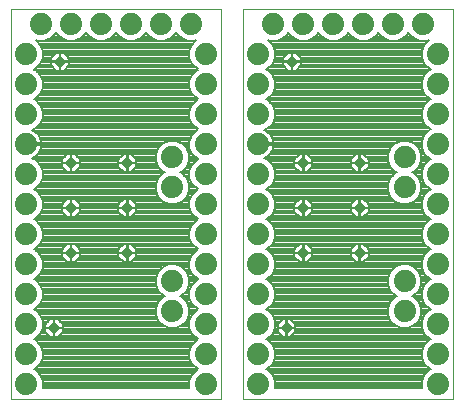
<source format=gbl>
G75*
G70*
%OFA0B0*%
%FSLAX25Y25*%
%IPPOS*%
%LPD*%
%AMOC8*
5,1,8,0,0,1.08239X$1,22.5*
%
%ADD14C,0.07400*%
%ADD15C,0.00800*%
%ADD19C,0.00000*%
%ADD21OC8,0.03170*%
X0010000Y0010000D02*
G75*
%LPD*%
D19*
X0010000Y0010000D02*
X0010000Y0139960D01*
X0079950Y0139960D01*
X0079950Y0010000D01*
X0010000Y0010000D01*
D14*
X0015000Y0015000D03*
X0015000Y0025000D03*
X0015000Y0035000D03*
X0015000Y0045000D03*
X0015000Y0055000D03*
X0015000Y0065000D03*
X0015000Y0075000D03*
X0015000Y0085000D03*
X0015000Y0095000D03*
X0015000Y0105000D03*
X0015000Y0115000D03*
X0015000Y0125000D03*
X0020000Y0135000D03*
X0030000Y0135000D03*
X0040000Y0135000D03*
X0050000Y0135000D03*
X0060000Y0135000D03*
X0070000Y0135000D03*
X0075000Y0125000D03*
X0075000Y0115000D03*
X0075000Y0105000D03*
X0075000Y0095000D03*
X0075000Y0085000D03*
X0075000Y0075000D03*
X0075000Y0065000D03*
X0075000Y0055000D03*
X0075000Y0045000D03*
X0075000Y0035000D03*
X0075000Y0025000D03*
X0075000Y0015000D03*
X0063750Y0039380D03*
X0063750Y0049380D03*
X0063750Y0080630D03*
X0063750Y0090630D03*
D15*
X0061190Y0085630D02*
X0060580Y0085370D01*
X0059000Y0083800D01*
X0058150Y0081740D01*
X0058150Y0079510D01*
X0059000Y0077450D01*
X0060580Y0075880D01*
X0062640Y0075030D01*
X0064860Y0075030D01*
X0066920Y0075880D01*
X0068500Y0077450D01*
X0069350Y0079510D01*
X0069350Y0081740D01*
X0068500Y0083800D01*
X0066920Y0085370D01*
X0066310Y0085630D01*
X0066920Y0085880D01*
X0068500Y0087450D01*
X0069350Y0089510D01*
X0069350Y0091740D01*
X0068500Y0093800D01*
X0066920Y0095370D01*
X0064860Y0096220D01*
X0062640Y0096220D01*
X0060580Y0095370D01*
X0059000Y0093800D01*
X0058150Y0091740D01*
X0058150Y0089510D01*
X0059000Y0087450D01*
X0060580Y0085880D01*
X0061190Y0085630D01*
X0060570Y0085360D02*
X0020600Y0085360D01*
X0020600Y0086110D02*
X0020600Y0083890D01*
X0019750Y0081830D01*
X0018170Y0080250D01*
X0017560Y0080000D01*
X0018170Y0079750D01*
X0019750Y0078170D01*
X0020600Y0076110D01*
X0020600Y0073890D01*
X0019750Y0071830D01*
X0018170Y0070250D01*
X0017560Y0070000D01*
X0018170Y0069750D01*
X0019750Y0068170D01*
X0020600Y0066110D01*
X0020600Y0063890D01*
X0019750Y0061830D01*
X0018170Y0060250D01*
X0017560Y0060000D01*
X0018170Y0059750D01*
X0019750Y0058170D01*
X0020600Y0056110D01*
X0020600Y0053890D01*
X0019750Y0051830D01*
X0018170Y0050250D01*
X0017560Y0050000D01*
X0018170Y0049750D01*
X0019750Y0048170D01*
X0020600Y0046110D01*
X0059100Y0046110D01*
X0059000Y0046200D02*
X0060580Y0044630D01*
X0061190Y0044370D01*
X0060580Y0044120D01*
X0059000Y0042550D01*
X0058150Y0040490D01*
X0058150Y0038260D01*
X0019660Y0038260D01*
X0019750Y0038170D02*
X0018170Y0039750D01*
X0017560Y0040000D01*
X0018170Y0040250D01*
X0019750Y0041830D01*
X0020600Y0043890D01*
X0020600Y0046110D01*
X0020600Y0045330D02*
X0059880Y0045330D01*
X0060790Y0044540D02*
X0020600Y0044540D01*
X0020550Y0043760D02*
X0060210Y0043760D01*
X0059430Y0042970D02*
X0020220Y0042970D01*
X0019900Y0042190D02*
X0058850Y0042190D01*
X0058530Y0041400D02*
X0019320Y0041400D01*
X0018530Y0040620D02*
X0058200Y0040620D01*
X0058150Y0039830D02*
X0017970Y0039830D01*
X0018870Y0039050D02*
X0058150Y0039050D01*
X0058150Y0038260D02*
X0059000Y0036200D01*
X0060580Y0034630D01*
X0062640Y0033780D01*
X0064860Y0033780D01*
X0066920Y0034630D01*
X0068500Y0036200D01*
X0069350Y0038260D01*
X0070340Y0038260D01*
X0070250Y0038170D02*
X0069400Y0036110D01*
X0069400Y0033890D01*
X0070250Y0031830D01*
X0071830Y0030250D01*
X0072440Y0030000D01*
X0071830Y0029750D01*
X0070250Y0028170D01*
X0069400Y0026110D01*
X0069400Y0023890D01*
X0070250Y0021830D01*
X0071830Y0020250D01*
X0072440Y0020000D01*
X0071830Y0019750D01*
X0070250Y0018170D01*
X0069400Y0016110D01*
X0069400Y0013890D01*
X0069460Y0013750D01*
X0020540Y0013750D01*
X0020600Y0013890D01*
X0020600Y0016110D01*
X0019750Y0018170D01*
X0018170Y0019750D01*
X0017560Y0020000D01*
X0018170Y0020250D01*
X0019750Y0021830D01*
X0020600Y0023890D01*
X0020600Y0026110D01*
X0019750Y0028170D01*
X0018170Y0029750D01*
X0017560Y0030000D01*
X0018170Y0030250D01*
X0019750Y0031830D01*
X0020600Y0033890D01*
X0020600Y0036110D01*
X0019750Y0038170D01*
X0020040Y0037480D02*
X0058480Y0037480D01*
X0058800Y0036690D02*
X0025660Y0036690D01*
X0025610Y0036730D02*
X0024470Y0036730D01*
X0024470Y0033840D01*
X0027360Y0033840D01*
X0027360Y0034990D01*
X0025610Y0036730D01*
X0026440Y0035910D02*
X0059300Y0035910D01*
X0060090Y0035120D02*
X0027230Y0035120D01*
X0027360Y0034340D02*
X0061280Y0034340D01*
X0066220Y0034340D02*
X0069400Y0034340D01*
X0069400Y0035120D02*
X0067410Y0035120D01*
X0068200Y0035910D02*
X0069400Y0035910D01*
X0069640Y0036690D02*
X0068700Y0036690D01*
X0069020Y0037480D02*
X0069960Y0037480D01*
X0070250Y0038170D02*
X0071830Y0039750D01*
X0072440Y0040000D01*
X0071830Y0040250D01*
X0070250Y0041830D01*
X0069400Y0043890D01*
X0069400Y0046110D01*
X0068400Y0046110D01*
X0068500Y0046200D02*
X0069350Y0048260D01*
X0069350Y0050490D01*
X0068500Y0052550D01*
X0066920Y0054120D01*
X0064860Y0054970D01*
X0062640Y0054970D01*
X0060580Y0054120D01*
X0059000Y0052550D01*
X0058150Y0050490D01*
X0058150Y0048260D01*
X0059000Y0046200D01*
X0058720Y0046900D02*
X0020280Y0046900D01*
X0019950Y0047680D02*
X0058390Y0047680D01*
X0058150Y0048470D02*
X0019450Y0048470D01*
X0018670Y0049250D02*
X0058150Y0049250D01*
X0058150Y0050040D02*
X0017650Y0050040D01*
X0018740Y0050820D02*
X0058290Y0050820D01*
X0058610Y0051610D02*
X0019520Y0051610D01*
X0019980Y0052390D02*
X0058940Y0052390D01*
X0059630Y0053180D02*
X0020310Y0053180D01*
X0020600Y0053960D02*
X0060420Y0053960D01*
X0062080Y0054750D02*
X0020600Y0054750D01*
X0020600Y0055530D02*
X0069400Y0055530D01*
X0069400Y0056110D02*
X0069400Y0053890D01*
X0070250Y0051830D01*
X0071830Y0050250D01*
X0072440Y0050000D01*
X0071830Y0049750D01*
X0070250Y0048170D01*
X0069400Y0046110D01*
X0069400Y0045330D02*
X0067620Y0045330D01*
X0066920Y0044630D02*
X0068500Y0046200D01*
X0068780Y0046900D02*
X0069720Y0046900D01*
X0070050Y0047680D02*
X0069110Y0047680D01*
X0069350Y0048470D02*
X0070550Y0048470D01*
X0071330Y0049250D02*
X0069350Y0049250D01*
X0069350Y0050040D02*
X0072350Y0050040D01*
X0071260Y0050820D02*
X0069210Y0050820D01*
X0068890Y0051610D02*
X0070480Y0051610D01*
X0070020Y0052390D02*
X0068560Y0052390D01*
X0067870Y0053180D02*
X0069690Y0053180D01*
X0069400Y0053960D02*
X0067080Y0053960D01*
X0065420Y0054750D02*
X0069400Y0054750D01*
X0069400Y0056110D02*
X0070250Y0058170D01*
X0071830Y0059750D01*
X0072440Y0060000D01*
X0071830Y0060250D01*
X0070250Y0061830D01*
X0069400Y0063890D01*
X0069400Y0066110D01*
X0070250Y0068170D01*
X0071830Y0069750D01*
X0072440Y0070000D01*
X0071830Y0070250D01*
X0070250Y0071830D01*
X0069400Y0073890D01*
X0069400Y0076110D01*
X0070250Y0078170D01*
X0071830Y0079750D01*
X0072440Y0080000D01*
X0071830Y0080250D01*
X0070250Y0081830D01*
X0069400Y0083890D01*
X0069400Y0086110D01*
X0070250Y0088170D01*
X0071830Y0089750D01*
X0072440Y0090000D01*
X0071830Y0090250D01*
X0070250Y0091830D01*
X0069400Y0093890D01*
X0069400Y0096110D01*
X0070250Y0098170D01*
X0071830Y0099750D01*
X0072440Y0100000D01*
X0071830Y0100250D01*
X0070250Y0101830D01*
X0069400Y0103890D01*
X0069400Y0106110D01*
X0070250Y0108170D01*
X0071830Y0109750D01*
X0072440Y0110000D01*
X0071830Y0110250D01*
X0070250Y0111830D01*
X0069400Y0113890D01*
X0069400Y0116110D01*
X0070250Y0118170D01*
X0071830Y0119750D01*
X0072440Y0120000D01*
X0071830Y0120250D01*
X0070250Y0121830D01*
X0069400Y0123890D01*
X0069400Y0126110D01*
X0070250Y0128170D01*
X0071740Y0129660D01*
X0071110Y0129400D01*
X0068890Y0129400D01*
X0066830Y0130250D01*
X0065250Y0131830D01*
X0065000Y0132440D01*
X0064750Y0131830D01*
X0063170Y0130250D01*
X0061110Y0129400D01*
X0058890Y0129400D01*
X0056830Y0130250D01*
X0055250Y0131830D01*
X0055000Y0132440D01*
X0054750Y0131830D01*
X0053170Y0130250D01*
X0051110Y0129400D01*
X0048890Y0129400D01*
X0046830Y0130250D01*
X0045250Y0131830D01*
X0045000Y0132440D01*
X0044750Y0131830D01*
X0043170Y0130250D01*
X0041110Y0129400D01*
X0038890Y0129400D01*
X0036830Y0130250D01*
X0035250Y0131830D01*
X0035000Y0132440D01*
X0034750Y0131830D01*
X0033170Y0130250D01*
X0031110Y0129400D01*
X0028890Y0129400D01*
X0026830Y0130250D01*
X0025250Y0131830D01*
X0025000Y0132440D01*
X0024750Y0131830D01*
X0023170Y0130250D01*
X0021110Y0129400D01*
X0018890Y0129400D01*
X0018260Y0129660D01*
X0019750Y0128170D01*
X0020600Y0126110D01*
X0020600Y0123890D01*
X0019750Y0121830D01*
X0018170Y0120250D01*
X0017560Y0120000D01*
X0018170Y0119750D01*
X0019750Y0118170D01*
X0020600Y0116110D01*
X0020600Y0113890D01*
X0019750Y0111830D01*
X0018170Y0110250D01*
X0017560Y0110000D01*
X0018170Y0109750D01*
X0019750Y0108170D01*
X0020600Y0106110D01*
X0020600Y0103890D01*
X0019750Y0101830D01*
X0018170Y0100250D01*
X0016930Y0099740D01*
X0016960Y0099730D01*
X0017670Y0099360D01*
X0018320Y0098890D01*
X0018890Y0098320D01*
X0019360Y0097670D01*
X0019730Y0096960D01*
X0019970Y0096190D01*
X0020100Y0095400D01*
X0020100Y0095400D01*
X0015400Y0095400D01*
X0015400Y0094600D01*
X0020100Y0094600D01*
X0020100Y0094600D01*
X0019970Y0093810D01*
X0019730Y0093040D01*
X0019360Y0092330D01*
X0018890Y0091680D01*
X0018320Y0091110D01*
X0017670Y0090640D01*
X0016960Y0090270D01*
X0016930Y0090260D01*
X0018170Y0089750D01*
X0019750Y0088170D01*
X0020600Y0086110D01*
X0020590Y0086150D02*
X0028380Y0086150D01*
X0028760Y0085770D02*
X0029910Y0085770D01*
X0029910Y0088660D01*
X0030090Y0088660D01*
X0030090Y0085770D01*
X0031240Y0085770D01*
X0032980Y0087510D01*
X0032980Y0088660D01*
X0030090Y0088660D01*
X0030090Y0088840D01*
X0032980Y0088840D01*
X0032980Y0089990D01*
X0031240Y0091730D01*
X0030090Y0091730D01*
X0030090Y0088840D01*
X0029910Y0088840D01*
X0029910Y0088660D01*
X0027020Y0088660D01*
X0027020Y0087510D01*
X0028760Y0085770D01*
X0029910Y0086150D02*
X0030090Y0086150D01*
X0030090Y0086930D02*
X0029910Y0086930D01*
X0029910Y0087720D02*
X0030090Y0087720D01*
X0030090Y0088500D02*
X0029910Y0088500D01*
X0029910Y0088840D02*
X0027020Y0088840D01*
X0027020Y0089990D01*
X0028760Y0091730D01*
X0029910Y0091730D01*
X0029910Y0088840D01*
X0029910Y0089290D02*
X0030090Y0089290D01*
X0030090Y0090070D02*
X0029910Y0090070D01*
X0029910Y0090860D02*
X0030090Y0090860D01*
X0030090Y0091640D02*
X0029910Y0091640D01*
X0028670Y0091640D02*
X0018850Y0091640D01*
X0019410Y0092430D02*
X0058430Y0092430D01*
X0058150Y0091640D02*
X0050080Y0091640D01*
X0049990Y0091730D02*
X0048840Y0091730D01*
X0048840Y0088840D01*
X0051730Y0088840D01*
X0051730Y0089990D01*
X0049990Y0091730D01*
X0048840Y0091640D02*
X0048660Y0091640D01*
X0048660Y0091730D02*
X0047510Y0091730D01*
X0045770Y0089990D01*
X0045770Y0088840D01*
X0048660Y0088840D01*
X0048660Y0088660D01*
X0048840Y0088660D01*
X0048840Y0085770D01*
X0049990Y0085770D01*
X0051730Y0087510D01*
X0051730Y0088660D01*
X0048840Y0088660D01*
X0048840Y0088840D01*
X0048660Y0088840D01*
X0048660Y0091730D01*
X0048660Y0090860D02*
X0048840Y0090860D01*
X0048840Y0090070D02*
X0048660Y0090070D01*
X0048660Y0089290D02*
X0048840Y0089290D01*
X0048660Y0088660D02*
X0045770Y0088660D01*
X0045770Y0087510D01*
X0047510Y0085770D01*
X0048660Y0085770D01*
X0048660Y0088660D01*
X0048660Y0088500D02*
X0048840Y0088500D01*
X0048840Y0087720D02*
X0048660Y0087720D01*
X0048660Y0086930D02*
X0048840Y0086930D01*
X0048840Y0086150D02*
X0048660Y0086150D01*
X0047130Y0086150D02*
X0031620Y0086150D01*
X0032400Y0086930D02*
X0046350Y0086930D01*
X0045770Y0087720D02*
X0032980Y0087720D01*
X0032980Y0088500D02*
X0045770Y0088500D01*
X0045770Y0089290D02*
X0032980Y0089290D01*
X0032900Y0090070D02*
X0045850Y0090070D01*
X0046630Y0090860D02*
X0032120Y0090860D01*
X0031330Y0091640D02*
X0047420Y0091640D01*
X0050870Y0090860D02*
X0058150Y0090860D01*
X0058150Y0090070D02*
X0051650Y0090070D01*
X0051730Y0089290D02*
X0058240Y0089290D01*
X0058570Y0088500D02*
X0051730Y0088500D01*
X0051730Y0087720D02*
X0058890Y0087720D01*
X0059530Y0086930D02*
X0051150Y0086930D01*
X0050370Y0086150D02*
X0060310Y0086150D01*
X0059780Y0084580D02*
X0020600Y0084580D01*
X0020560Y0083790D02*
X0059000Y0083790D01*
X0058670Y0083010D02*
X0020240Y0083010D01*
X0019910Y0082220D02*
X0058350Y0082220D01*
X0058150Y0081440D02*
X0019350Y0081440D01*
X0018570Y0080650D02*
X0058150Y0080650D01*
X0058150Y0079870D02*
X0017890Y0079870D01*
X0018840Y0079080D02*
X0058330Y0079080D01*
X0058650Y0078300D02*
X0019620Y0078300D01*
X0020020Y0077510D02*
X0058980Y0077510D01*
X0059730Y0076730D02*
X0050000Y0076730D01*
X0049990Y0076730D02*
X0048840Y0076730D01*
X0048840Y0073840D01*
X0051730Y0073840D01*
X0051730Y0074990D01*
X0049990Y0076730D01*
X0050780Y0075940D02*
X0060520Y0075940D01*
X0062320Y0075160D02*
X0051570Y0075160D01*
X0051730Y0074370D02*
X0069400Y0074370D01*
X0069400Y0075160D02*
X0065180Y0075160D01*
X0066980Y0075940D02*
X0069400Y0075940D01*
X0069650Y0076730D02*
X0067770Y0076730D01*
X0068520Y0077510D02*
X0069980Y0077510D01*
X0070380Y0078300D02*
X0068850Y0078300D01*
X0069170Y0079080D02*
X0071160Y0079080D01*
X0072110Y0079870D02*
X0069350Y0079870D01*
X0069350Y0080650D02*
X0071430Y0080650D01*
X0070650Y0081440D02*
X0069350Y0081440D01*
X0069150Y0082220D02*
X0070090Y0082220D01*
X0069760Y0083010D02*
X0068830Y0083010D01*
X0068500Y0083790D02*
X0069440Y0083790D01*
X0069400Y0084580D02*
X0067720Y0084580D01*
X0066930Y0085360D02*
X0069400Y0085360D01*
X0069410Y0086150D02*
X0067190Y0086150D01*
X0067970Y0086930D02*
X0069740Y0086930D01*
X0070060Y0087720D02*
X0068610Y0087720D01*
X0068930Y0088500D02*
X0070580Y0088500D01*
X0071370Y0089290D02*
X0069260Y0089290D01*
X0069350Y0090070D02*
X0072270Y0090070D01*
X0071230Y0090860D02*
X0069350Y0090860D01*
X0069350Y0091640D02*
X0070440Y0091640D01*
X0070010Y0092430D02*
X0069070Y0092430D01*
X0068740Y0093210D02*
X0069680Y0093210D01*
X0069400Y0094000D02*
X0068300Y0094000D01*
X0067510Y0094780D02*
X0069400Y0094780D01*
X0069400Y0095570D02*
X0066460Y0095570D01*
X0069500Y0096350D02*
X0019920Y0096350D01*
X0020070Y0095570D02*
X0061040Y0095570D01*
X0059990Y0094780D02*
X0015400Y0094780D01*
X0017970Y0090860D02*
X0027880Y0090860D01*
X0027100Y0090070D02*
X0017390Y0090070D01*
X0018630Y0089290D02*
X0027020Y0089290D01*
X0027020Y0088500D02*
X0019420Y0088500D01*
X0019940Y0087720D02*
X0027020Y0087720D01*
X0027600Y0086930D02*
X0020260Y0086930D01*
X0019780Y0093210D02*
X0058760Y0093210D01*
X0059200Y0094000D02*
X0020000Y0094000D01*
X0019640Y0097140D02*
X0069820Y0097140D01*
X0070150Y0097920D02*
X0019180Y0097920D01*
X0018510Y0098710D02*
X0070790Y0098710D01*
X0071570Y0099490D02*
X0017420Y0099490D01*
X0018190Y0100280D02*
X0071810Y0100280D01*
X0071020Y0101060D02*
X0018980Y0101060D01*
X0019750Y0101850D02*
X0070250Y0101850D01*
X0069920Y0102630D02*
X0020080Y0102630D01*
X0020400Y0103420D02*
X0069600Y0103420D01*
X0069400Y0104200D02*
X0020600Y0104200D01*
X0020600Y0104990D02*
X0069400Y0104990D01*
X0069400Y0105770D02*
X0020600Y0105770D01*
X0020420Y0106560D02*
X0069580Y0106560D01*
X0069910Y0107340D02*
X0020090Y0107340D01*
X0019770Y0108130D02*
X0070230Y0108130D01*
X0070990Y0108910D02*
X0019010Y0108910D01*
X0018220Y0109700D02*
X0071780Y0109700D01*
X0071600Y0110480D02*
X0018400Y0110480D01*
X0019180Y0111270D02*
X0070820Y0111270D01*
X0070160Y0112050D02*
X0019840Y0112050D01*
X0020160Y0112840D02*
X0069840Y0112840D01*
X0069510Y0113620D02*
X0020490Y0113620D01*
X0020600Y0114410D02*
X0069400Y0114410D01*
X0069400Y0115190D02*
X0020600Y0115190D01*
X0020600Y0115980D02*
X0069400Y0115980D01*
X0069670Y0116760D02*
X0020330Y0116760D01*
X0020010Y0117550D02*
X0069990Y0117550D01*
X0070410Y0118330D02*
X0019590Y0118330D01*
X0018800Y0119120D02*
X0071200Y0119120D01*
X0072200Y0119900D02*
X0027870Y0119900D01*
X0027490Y0119520D02*
X0029230Y0121260D01*
X0029230Y0122410D01*
X0026340Y0122410D01*
X0026340Y0119520D01*
X0027490Y0119520D01*
X0028660Y0120690D02*
X0071400Y0120690D01*
X0070610Y0121470D02*
X0029230Y0121470D01*
X0029230Y0122260D02*
X0070080Y0122260D01*
X0069750Y0123040D02*
X0029230Y0123040D01*
X0029230Y0122590D02*
X0029230Y0123740D01*
X0027490Y0125480D01*
X0026340Y0125480D01*
X0026340Y0122590D01*
X0029230Y0122590D01*
X0029140Y0123830D02*
X0069430Y0123830D01*
X0069400Y0124610D02*
X0028360Y0124610D01*
X0027570Y0125400D02*
X0069400Y0125400D01*
X0069430Y0126180D02*
X0020570Y0126180D01*
X0020600Y0125400D02*
X0024930Y0125400D01*
X0025010Y0125480D02*
X0023270Y0123740D01*
X0023270Y0122590D01*
X0026160Y0122590D01*
X0026160Y0122410D01*
X0026340Y0122410D01*
X0026340Y0122590D01*
X0026160Y0122590D01*
X0026160Y0125480D01*
X0025010Y0125480D01*
X0026160Y0125400D02*
X0026340Y0125400D01*
X0026340Y0124610D02*
X0026160Y0124610D01*
X0026160Y0123830D02*
X0026340Y0123830D01*
X0026340Y0123040D02*
X0026160Y0123040D01*
X0026160Y0122410D02*
X0023270Y0122410D01*
X0023270Y0121260D01*
X0025010Y0119520D01*
X0026160Y0119520D01*
X0026160Y0122410D01*
X0026160Y0122260D02*
X0026340Y0122260D01*
X0026340Y0121470D02*
X0026160Y0121470D01*
X0026160Y0120690D02*
X0026340Y0120690D01*
X0026340Y0119900D02*
X0026160Y0119900D01*
X0024630Y0119900D02*
X0017800Y0119900D01*
X0018600Y0120690D02*
X0023840Y0120690D01*
X0023270Y0121470D02*
X0019390Y0121470D01*
X0019920Y0122260D02*
X0023270Y0122260D01*
X0023270Y0123040D02*
X0020250Y0123040D01*
X0020570Y0123830D02*
X0023350Y0123830D01*
X0024140Y0124610D02*
X0020600Y0124610D01*
X0020250Y0126970D02*
X0069750Y0126970D01*
X0070080Y0127750D02*
X0019920Y0127750D01*
X0019380Y0128540D02*
X0070620Y0128540D01*
X0071400Y0129320D02*
X0018600Y0129320D01*
X0022820Y0130110D02*
X0027180Y0130110D01*
X0026190Y0130890D02*
X0023810Y0130890D01*
X0024590Y0131680D02*
X0025410Y0131680D01*
X0032820Y0130110D02*
X0037180Y0130110D01*
X0036190Y0130890D02*
X0033810Y0130890D01*
X0034590Y0131680D02*
X0035410Y0131680D01*
X0042820Y0130110D02*
X0047180Y0130110D01*
X0046190Y0130890D02*
X0043810Y0130890D01*
X0044590Y0131680D02*
X0045410Y0131680D01*
X0052820Y0130110D02*
X0057180Y0130110D01*
X0056190Y0130890D02*
X0053810Y0130890D01*
X0054590Y0131680D02*
X0055410Y0131680D01*
X0062820Y0130110D02*
X0067180Y0130110D01*
X0066190Y0130890D02*
X0063810Y0130890D01*
X0064590Y0131680D02*
X0065410Y0131680D01*
X0048840Y0076730D02*
X0048660Y0076730D01*
X0047510Y0076730D01*
X0045770Y0074990D01*
X0045770Y0073840D01*
X0048660Y0073840D01*
X0048660Y0073660D01*
X0048840Y0073660D01*
X0048840Y0070770D01*
X0049990Y0070770D01*
X0051730Y0072510D01*
X0051730Y0073660D01*
X0048840Y0073660D01*
X0048840Y0073840D01*
X0048660Y0073840D01*
X0048660Y0076730D01*
X0048660Y0075940D02*
X0048840Y0075940D01*
X0048840Y0075160D02*
X0048660Y0075160D01*
X0048660Y0074370D02*
X0048840Y0074370D01*
X0048660Y0073660D02*
X0045770Y0073660D01*
X0045770Y0072510D01*
X0047510Y0070770D01*
X0048660Y0070770D01*
X0048660Y0073660D01*
X0048660Y0073590D02*
X0048840Y0073590D01*
X0048840Y0072800D02*
X0048660Y0072800D01*
X0048660Y0072020D02*
X0048840Y0072020D01*
X0048840Y0071230D02*
X0048660Y0071230D01*
X0047050Y0071230D02*
X0031700Y0071230D01*
X0031240Y0070770D02*
X0032980Y0072510D01*
X0032980Y0073660D01*
X0030090Y0073660D01*
X0030090Y0070770D01*
X0031240Y0070770D01*
X0032490Y0072020D02*
X0046260Y0072020D01*
X0045770Y0072800D02*
X0032980Y0072800D01*
X0032980Y0073590D02*
X0045770Y0073590D01*
X0045770Y0074370D02*
X0032980Y0074370D01*
X0032980Y0073840D02*
X0032980Y0074990D01*
X0031240Y0076730D01*
X0030090Y0076730D01*
X0030090Y0073840D01*
X0032980Y0073840D01*
X0032820Y0075160D02*
X0045930Y0075160D01*
X0046720Y0075940D02*
X0032030Y0075940D01*
X0031250Y0076730D02*
X0047500Y0076730D01*
X0051240Y0072020D02*
X0070170Y0072020D01*
X0069850Y0072800D02*
X0051730Y0072800D01*
X0051730Y0073590D02*
X0069520Y0073590D01*
X0070850Y0071230D02*
X0050450Y0071230D01*
X0049990Y0061730D02*
X0048840Y0061730D01*
X0048840Y0058840D01*
X0051730Y0058840D01*
X0051730Y0059990D01*
X0049990Y0061730D01*
X0050700Y0061030D02*
X0071060Y0061030D01*
X0070270Y0061810D02*
X0019730Y0061810D01*
X0020070Y0062600D02*
X0069930Y0062600D01*
X0069610Y0063380D02*
X0020390Y0063380D01*
X0020600Y0064170D02*
X0069400Y0064170D01*
X0069400Y0064950D02*
X0020600Y0064950D01*
X0020600Y0065740D02*
X0069400Y0065740D01*
X0069570Y0066520D02*
X0020430Y0066520D01*
X0020110Y0067310D02*
X0069890Y0067310D01*
X0070220Y0068090D02*
X0019780Y0068090D01*
X0019040Y0068880D02*
X0070960Y0068880D01*
X0071740Y0069660D02*
X0018260Y0069660D01*
X0018360Y0070450D02*
X0071640Y0070450D01*
X0071860Y0060240D02*
X0051480Y0060240D01*
X0051730Y0059460D02*
X0071540Y0059460D01*
X0070750Y0058670D02*
X0048840Y0058670D01*
X0048840Y0058660D02*
X0048840Y0058840D01*
X0048660Y0058840D01*
X0048660Y0058660D01*
X0048840Y0058660D01*
X0048840Y0055770D01*
X0049990Y0055770D01*
X0051730Y0057510D01*
X0051730Y0058660D01*
X0048840Y0058660D01*
X0048660Y0058660D02*
X0048660Y0055770D01*
X0047510Y0055770D01*
X0045770Y0057510D01*
X0045770Y0058660D01*
X0048660Y0058660D01*
X0048660Y0058670D02*
X0030090Y0058670D01*
X0030090Y0058660D02*
X0030090Y0058840D01*
X0032980Y0058840D01*
X0032980Y0059990D01*
X0031240Y0061730D01*
X0030090Y0061730D01*
X0030090Y0058840D01*
X0029910Y0058840D01*
X0029910Y0058660D01*
X0030090Y0058660D01*
X0030090Y0055770D01*
X0031240Y0055770D01*
X0032980Y0057510D01*
X0032980Y0058660D01*
X0030090Y0058660D01*
X0029910Y0058660D02*
X0029910Y0055770D01*
X0028760Y0055770D01*
X0027020Y0057510D01*
X0027020Y0058660D01*
X0029910Y0058660D01*
X0029910Y0058670D02*
X0019250Y0058670D01*
X0019870Y0057890D02*
X0027020Y0057890D01*
X0027430Y0057100D02*
X0020190Y0057100D01*
X0020520Y0056320D02*
X0028210Y0056320D01*
X0029910Y0056320D02*
X0030090Y0056320D01*
X0030090Y0057100D02*
X0029910Y0057100D01*
X0029910Y0057890D02*
X0030090Y0057890D01*
X0029910Y0058840D02*
X0027020Y0058840D01*
X0027020Y0059990D01*
X0028760Y0061730D01*
X0029910Y0061730D01*
X0029910Y0058840D01*
X0029910Y0059460D02*
X0030090Y0059460D01*
X0030090Y0060240D02*
X0029910Y0060240D01*
X0029910Y0061030D02*
X0030090Y0061030D01*
X0031950Y0061030D02*
X0046800Y0061030D01*
X0047510Y0061730D02*
X0045770Y0059990D01*
X0045770Y0058840D01*
X0048660Y0058840D01*
X0048660Y0061730D01*
X0047510Y0061730D01*
X0048660Y0061030D02*
X0048840Y0061030D01*
X0048840Y0060240D02*
X0048660Y0060240D01*
X0048660Y0059460D02*
X0048840Y0059460D01*
X0048840Y0057890D02*
X0048660Y0057890D01*
X0048660Y0057100D02*
X0048840Y0057100D01*
X0048840Y0056320D02*
X0048660Y0056320D01*
X0046960Y0056320D02*
X0031790Y0056320D01*
X0032570Y0057100D02*
X0046180Y0057100D01*
X0045770Y0057890D02*
X0032980Y0057890D01*
X0032980Y0059460D02*
X0045770Y0059460D01*
X0046020Y0060240D02*
X0032730Y0060240D01*
X0028050Y0061030D02*
X0018940Y0061030D01*
X0018140Y0060240D02*
X0027270Y0060240D01*
X0027020Y0059460D02*
X0018460Y0059460D01*
X0019150Y0071230D02*
X0028300Y0071230D01*
X0028760Y0070770D02*
X0029910Y0070770D01*
X0029910Y0073660D01*
X0030090Y0073660D01*
X0030090Y0073840D01*
X0029910Y0073840D01*
X0029910Y0073660D01*
X0027020Y0073660D01*
X0027020Y0072510D01*
X0028760Y0070770D01*
X0029910Y0071230D02*
X0030090Y0071230D01*
X0030090Y0072020D02*
X0029910Y0072020D01*
X0029910Y0072800D02*
X0030090Y0072800D01*
X0030090Y0073590D02*
X0029910Y0073590D01*
X0029910Y0073840D02*
X0027020Y0073840D01*
X0027020Y0074990D01*
X0028760Y0076730D01*
X0029910Y0076730D01*
X0029910Y0073840D01*
X0029910Y0074370D02*
X0030090Y0074370D01*
X0030090Y0075160D02*
X0029910Y0075160D01*
X0029910Y0075940D02*
X0030090Y0075940D01*
X0030090Y0076730D02*
X0029910Y0076730D01*
X0028750Y0076730D02*
X0020350Y0076730D01*
X0020600Y0075940D02*
X0027970Y0075940D01*
X0027180Y0075160D02*
X0020600Y0075160D01*
X0020600Y0074370D02*
X0027020Y0074370D01*
X0027020Y0073590D02*
X0020480Y0073590D01*
X0020150Y0072800D02*
X0027020Y0072800D01*
X0027510Y0072020D02*
X0019830Y0072020D01*
X0020360Y0036690D02*
X0023090Y0036690D01*
X0023140Y0036730D02*
X0021390Y0034990D01*
X0021390Y0033840D01*
X0024280Y0033840D01*
X0024280Y0033660D01*
X0021390Y0033660D01*
X0021390Y0032510D01*
X0023140Y0030770D01*
X0024280Y0030770D01*
X0024280Y0033660D01*
X0024470Y0033660D01*
X0024470Y0033840D01*
X0024280Y0033840D01*
X0024280Y0036730D01*
X0023140Y0036730D01*
X0024280Y0036690D02*
X0024470Y0036690D01*
X0024470Y0035910D02*
X0024280Y0035910D01*
X0024280Y0035120D02*
X0024470Y0035120D01*
X0024470Y0034340D02*
X0024280Y0034340D01*
X0024470Y0033660D02*
X0027360Y0033660D01*
X0027360Y0032510D01*
X0025610Y0030770D01*
X0024470Y0030770D01*
X0024470Y0033660D01*
X0024470Y0033550D02*
X0024280Y0033550D01*
X0024280Y0032770D02*
X0024470Y0032770D01*
X0024470Y0031980D02*
X0024280Y0031980D01*
X0024280Y0031200D02*
X0024470Y0031200D01*
X0022710Y0031200D02*
X0019110Y0031200D01*
X0019810Y0031980D02*
X0021920Y0031980D01*
X0021390Y0032770D02*
X0020140Y0032770D01*
X0020460Y0033550D02*
X0021390Y0033550D01*
X0021390Y0034340D02*
X0020600Y0034340D01*
X0020600Y0035120D02*
X0021520Y0035120D01*
X0022310Y0035910D02*
X0020600Y0035910D01*
X0018330Y0030410D02*
X0071670Y0030410D01*
X0071710Y0029630D02*
X0018290Y0029630D01*
X0019080Y0028840D02*
X0070920Y0028840D01*
X0070200Y0028060D02*
X0019800Y0028060D01*
X0020120Y0027270D02*
X0069880Y0027270D01*
X0069550Y0026490D02*
X0020450Y0026490D01*
X0020600Y0025700D02*
X0069400Y0025700D01*
X0069400Y0024920D02*
X0020600Y0024920D01*
X0020600Y0024130D02*
X0069400Y0024130D01*
X0069620Y0023350D02*
X0020380Y0023350D01*
X0020050Y0022560D02*
X0069950Y0022560D01*
X0070310Y0021780D02*
X0019690Y0021780D01*
X0018910Y0020990D02*
X0071090Y0020990D01*
X0071940Y0020210D02*
X0018060Y0020210D01*
X0018500Y0019420D02*
X0071500Y0019420D01*
X0070720Y0018640D02*
X0019280Y0018640D01*
X0019880Y0017850D02*
X0070120Y0017850D01*
X0069790Y0017070D02*
X0020210Y0017070D01*
X0020530Y0016280D02*
X0069470Y0016280D01*
X0069400Y0015500D02*
X0020600Y0015500D01*
X0020600Y0014710D02*
X0069400Y0014710D01*
X0069400Y0013930D02*
X0020600Y0013930D01*
X0026040Y0031200D02*
X0070890Y0031200D01*
X0070190Y0031980D02*
X0026830Y0031980D01*
X0027360Y0032770D02*
X0069860Y0032770D01*
X0069540Y0033550D02*
X0027360Y0033550D01*
X0050540Y0056320D02*
X0069480Y0056320D01*
X0069810Y0057100D02*
X0051320Y0057100D01*
X0051730Y0057890D02*
X0070130Y0057890D01*
X0069400Y0044540D02*
X0066710Y0044540D01*
X0066920Y0044630D02*
X0066310Y0044370D01*
X0066920Y0044120D01*
X0068500Y0042550D01*
X0069350Y0040490D01*
X0069350Y0038260D01*
X0069350Y0039050D02*
X0071130Y0039050D01*
X0072030Y0039830D02*
X0069350Y0039830D01*
X0069300Y0040620D02*
X0071470Y0040620D01*
X0070680Y0041400D02*
X0068970Y0041400D01*
X0068650Y0042190D02*
X0070100Y0042190D01*
X0069780Y0042970D02*
X0068070Y0042970D01*
X0067290Y0043760D02*
X0069450Y0043760D01*
D21*
X0048750Y0058750D03*
X0048750Y0073750D03*
X0048750Y0088750D03*
X0030000Y0088750D03*
X0030000Y0073750D03*
X0030000Y0058750D03*
X0024380Y0033750D03*
X0026250Y0122500D03*
X0087450Y0010000D02*
G75*
%LPD*%
D19*
X0087450Y0010000D02*
X0087450Y0139960D01*
X0157400Y0139960D01*
X0157400Y0010000D01*
X0087450Y0010000D01*
D14*
X0092450Y0015000D03*
X0092450Y0025000D03*
X0092450Y0035000D03*
X0092450Y0045000D03*
X0092450Y0055000D03*
X0092450Y0065000D03*
X0092450Y0075000D03*
X0092450Y0085000D03*
X0092450Y0095000D03*
X0092450Y0105000D03*
X0092450Y0115000D03*
X0092450Y0125000D03*
X0097450Y0135000D03*
X0107450Y0135000D03*
X0117450Y0135000D03*
X0127450Y0135000D03*
X0137450Y0135000D03*
X0147450Y0135000D03*
X0152450Y0125000D03*
X0152450Y0115000D03*
X0152450Y0105000D03*
X0152450Y0095000D03*
X0152450Y0085000D03*
X0152450Y0075000D03*
X0152450Y0065000D03*
X0152450Y0055000D03*
X0152450Y0045000D03*
X0152450Y0035000D03*
X0152450Y0025000D03*
X0152450Y0015000D03*
X0141200Y0039380D03*
X0141200Y0049380D03*
X0141200Y0080630D03*
X0141200Y0090630D03*
D15*
X0138640Y0085630D02*
X0138030Y0085370D01*
X0136450Y0083800D01*
X0135600Y0081740D01*
X0135600Y0079510D01*
X0136450Y0077450D01*
X0138030Y0075880D01*
X0140090Y0075030D01*
X0142310Y0075030D01*
X0144370Y0075880D01*
X0145950Y0077450D01*
X0146800Y0079510D01*
X0146800Y0081740D01*
X0145950Y0083800D01*
X0144370Y0085370D01*
X0143760Y0085630D01*
X0144370Y0085880D01*
X0145950Y0087450D01*
X0146800Y0089510D01*
X0146800Y0091740D01*
X0145950Y0093800D01*
X0144370Y0095370D01*
X0142310Y0096220D01*
X0140090Y0096220D01*
X0138030Y0095370D01*
X0136450Y0093800D01*
X0135600Y0091740D01*
X0135600Y0089510D01*
X0136450Y0087450D01*
X0138030Y0085880D01*
X0138640Y0085630D01*
X0138020Y0085360D02*
X0098050Y0085360D01*
X0098050Y0086110D02*
X0098050Y0083890D01*
X0097200Y0081830D01*
X0095620Y0080250D01*
X0095010Y0080000D01*
X0095620Y0079750D01*
X0097200Y0078170D01*
X0098050Y0076110D01*
X0098050Y0073890D01*
X0097200Y0071830D01*
X0095620Y0070250D01*
X0095010Y0070000D01*
X0095620Y0069750D01*
X0097200Y0068170D01*
X0098050Y0066110D01*
X0098050Y0063890D01*
X0097200Y0061830D01*
X0095620Y0060250D01*
X0095010Y0060000D01*
X0095620Y0059750D01*
X0097200Y0058170D01*
X0098050Y0056110D01*
X0098050Y0053890D01*
X0097200Y0051830D01*
X0095620Y0050250D01*
X0095010Y0050000D01*
X0095620Y0049750D01*
X0097200Y0048170D01*
X0098050Y0046110D01*
X0136550Y0046110D01*
X0136450Y0046200D02*
X0138030Y0044630D01*
X0138640Y0044370D01*
X0138030Y0044120D01*
X0136450Y0042550D01*
X0135600Y0040490D01*
X0135600Y0038260D01*
X0097110Y0038260D01*
X0097200Y0038170D02*
X0095620Y0039750D01*
X0095010Y0040000D01*
X0095620Y0040250D01*
X0097200Y0041830D01*
X0098050Y0043890D01*
X0098050Y0046110D01*
X0098050Y0045330D02*
X0137330Y0045330D01*
X0138240Y0044540D02*
X0098050Y0044540D01*
X0098000Y0043760D02*
X0137660Y0043760D01*
X0136880Y0042970D02*
X0097670Y0042970D01*
X0097350Y0042190D02*
X0136300Y0042190D01*
X0135980Y0041400D02*
X0096770Y0041400D01*
X0095980Y0040620D02*
X0135650Y0040620D01*
X0135600Y0039830D02*
X0095420Y0039830D01*
X0096320Y0039050D02*
X0135600Y0039050D01*
X0135600Y0038260D02*
X0136450Y0036200D01*
X0138030Y0034630D01*
X0140090Y0033780D01*
X0142310Y0033780D01*
X0144370Y0034630D01*
X0145950Y0036200D01*
X0146800Y0038260D01*
X0147790Y0038260D01*
X0147700Y0038170D02*
X0146850Y0036110D01*
X0146850Y0033890D01*
X0147700Y0031830D01*
X0149280Y0030250D01*
X0149890Y0030000D01*
X0149280Y0029750D01*
X0147700Y0028170D01*
X0146850Y0026110D01*
X0146850Y0023890D01*
X0147700Y0021830D01*
X0149280Y0020250D01*
X0149890Y0020000D01*
X0149280Y0019750D01*
X0147700Y0018170D01*
X0146850Y0016110D01*
X0146850Y0013890D01*
X0146910Y0013750D01*
X0097990Y0013750D01*
X0098050Y0013890D01*
X0098050Y0016110D01*
X0097200Y0018170D01*
X0095620Y0019750D01*
X0095010Y0020000D01*
X0095620Y0020250D01*
X0097200Y0021830D01*
X0098050Y0023890D01*
X0098050Y0026110D01*
X0097200Y0028170D01*
X0095620Y0029750D01*
X0095010Y0030000D01*
X0095620Y0030250D01*
X0097200Y0031830D01*
X0098050Y0033890D01*
X0098050Y0036110D01*
X0097200Y0038170D01*
X0097490Y0037480D02*
X0135930Y0037480D01*
X0136250Y0036690D02*
X0103110Y0036690D01*
X0103060Y0036730D02*
X0101920Y0036730D01*
X0101920Y0033840D01*
X0104810Y0033840D01*
X0104810Y0034990D01*
X0103060Y0036730D01*
X0103890Y0035910D02*
X0136750Y0035910D01*
X0137540Y0035120D02*
X0104680Y0035120D01*
X0104810Y0034340D02*
X0138730Y0034340D01*
X0143670Y0034340D02*
X0146850Y0034340D01*
X0146850Y0035120D02*
X0144860Y0035120D01*
X0145650Y0035910D02*
X0146850Y0035910D01*
X0147090Y0036690D02*
X0146150Y0036690D01*
X0146470Y0037480D02*
X0147410Y0037480D01*
X0147700Y0038170D02*
X0149280Y0039750D01*
X0149890Y0040000D01*
X0149280Y0040250D01*
X0147700Y0041830D01*
X0146850Y0043890D01*
X0146850Y0046110D01*
X0145850Y0046110D01*
X0145950Y0046200D02*
X0146800Y0048260D01*
X0146800Y0050490D01*
X0145950Y0052550D01*
X0144370Y0054120D01*
X0142310Y0054970D01*
X0140090Y0054970D01*
X0138030Y0054120D01*
X0136450Y0052550D01*
X0135600Y0050490D01*
X0135600Y0048260D01*
X0136450Y0046200D01*
X0136170Y0046900D02*
X0097730Y0046900D01*
X0097400Y0047680D02*
X0135840Y0047680D01*
X0135600Y0048470D02*
X0096900Y0048470D01*
X0096120Y0049250D02*
X0135600Y0049250D01*
X0135600Y0050040D02*
X0095100Y0050040D01*
X0096190Y0050820D02*
X0135740Y0050820D01*
X0136060Y0051610D02*
X0096970Y0051610D01*
X0097430Y0052390D02*
X0136390Y0052390D01*
X0137080Y0053180D02*
X0097760Y0053180D01*
X0098050Y0053960D02*
X0137870Y0053960D01*
X0139530Y0054750D02*
X0098050Y0054750D01*
X0098050Y0055530D02*
X0146850Y0055530D01*
X0146850Y0056110D02*
X0146850Y0053890D01*
X0147700Y0051830D01*
X0149280Y0050250D01*
X0149890Y0050000D01*
X0149280Y0049750D01*
X0147700Y0048170D01*
X0146850Y0046110D01*
X0146850Y0045330D02*
X0145070Y0045330D01*
X0144370Y0044630D02*
X0145950Y0046200D01*
X0146230Y0046900D02*
X0147170Y0046900D01*
X0147500Y0047680D02*
X0146560Y0047680D01*
X0146800Y0048470D02*
X0148000Y0048470D01*
X0148780Y0049250D02*
X0146800Y0049250D01*
X0146800Y0050040D02*
X0149800Y0050040D01*
X0148710Y0050820D02*
X0146660Y0050820D01*
X0146340Y0051610D02*
X0147930Y0051610D01*
X0147470Y0052390D02*
X0146010Y0052390D01*
X0145320Y0053180D02*
X0147140Y0053180D01*
X0146850Y0053960D02*
X0144530Y0053960D01*
X0142870Y0054750D02*
X0146850Y0054750D01*
X0146850Y0056110D02*
X0147700Y0058170D01*
X0149280Y0059750D01*
X0149890Y0060000D01*
X0149280Y0060250D01*
X0147700Y0061830D01*
X0146850Y0063890D01*
X0146850Y0066110D01*
X0147700Y0068170D01*
X0149280Y0069750D01*
X0149890Y0070000D01*
X0149280Y0070250D01*
X0147700Y0071830D01*
X0146850Y0073890D01*
X0146850Y0076110D01*
X0147700Y0078170D01*
X0149280Y0079750D01*
X0149890Y0080000D01*
X0149280Y0080250D01*
X0147700Y0081830D01*
X0146850Y0083890D01*
X0146850Y0086110D01*
X0147700Y0088170D01*
X0149280Y0089750D01*
X0149890Y0090000D01*
X0149280Y0090250D01*
X0147700Y0091830D01*
X0146850Y0093890D01*
X0146850Y0096110D01*
X0147700Y0098170D01*
X0149280Y0099750D01*
X0149890Y0100000D01*
X0149280Y0100250D01*
X0147700Y0101830D01*
X0146850Y0103890D01*
X0146850Y0106110D01*
X0147700Y0108170D01*
X0149280Y0109750D01*
X0149890Y0110000D01*
X0149280Y0110250D01*
X0147700Y0111830D01*
X0146850Y0113890D01*
X0146850Y0116110D01*
X0147700Y0118170D01*
X0149280Y0119750D01*
X0149890Y0120000D01*
X0149280Y0120250D01*
X0147700Y0121830D01*
X0146850Y0123890D01*
X0146850Y0126110D01*
X0147700Y0128170D01*
X0149190Y0129660D01*
X0148560Y0129400D01*
X0146340Y0129400D01*
X0144280Y0130250D01*
X0142700Y0131830D01*
X0142450Y0132440D01*
X0142200Y0131830D01*
X0140620Y0130250D01*
X0138560Y0129400D01*
X0136340Y0129400D01*
X0134280Y0130250D01*
X0132700Y0131830D01*
X0132450Y0132440D01*
X0132200Y0131830D01*
X0130620Y0130250D01*
X0128560Y0129400D01*
X0126340Y0129400D01*
X0124280Y0130250D01*
X0122700Y0131830D01*
X0122450Y0132440D01*
X0122200Y0131830D01*
X0120620Y0130250D01*
X0118560Y0129400D01*
X0116340Y0129400D01*
X0114280Y0130250D01*
X0112700Y0131830D01*
X0112450Y0132440D01*
X0112200Y0131830D01*
X0110620Y0130250D01*
X0108560Y0129400D01*
X0106340Y0129400D01*
X0104280Y0130250D01*
X0102700Y0131830D01*
X0102450Y0132440D01*
X0102200Y0131830D01*
X0100620Y0130250D01*
X0098560Y0129400D01*
X0096340Y0129400D01*
X0095710Y0129660D01*
X0097200Y0128170D01*
X0098050Y0126110D01*
X0098050Y0123890D01*
X0097200Y0121830D01*
X0095620Y0120250D01*
X0095010Y0120000D01*
X0095620Y0119750D01*
X0097200Y0118170D01*
X0098050Y0116110D01*
X0098050Y0113890D01*
X0097200Y0111830D01*
X0095620Y0110250D01*
X0095010Y0110000D01*
X0095620Y0109750D01*
X0097200Y0108170D01*
X0098050Y0106110D01*
X0098050Y0103890D01*
X0097200Y0101830D01*
X0095620Y0100250D01*
X0094380Y0099740D01*
X0094410Y0099730D01*
X0095120Y0099360D01*
X0095770Y0098890D01*
X0096340Y0098320D01*
X0096810Y0097670D01*
X0097180Y0096960D01*
X0097420Y0096190D01*
X0097550Y0095400D01*
X0097550Y0095400D01*
X0092850Y0095400D01*
X0092850Y0094600D01*
X0097550Y0094600D01*
X0097550Y0094600D01*
X0097420Y0093810D01*
X0097180Y0093040D01*
X0096810Y0092330D01*
X0096340Y0091680D01*
X0095770Y0091110D01*
X0095120Y0090640D01*
X0094410Y0090270D01*
X0094380Y0090260D01*
X0095620Y0089750D01*
X0097200Y0088170D01*
X0098050Y0086110D01*
X0098040Y0086150D02*
X0105830Y0086150D01*
X0106210Y0085770D02*
X0107360Y0085770D01*
X0107360Y0088660D01*
X0107540Y0088660D01*
X0107540Y0085770D01*
X0108690Y0085770D01*
X0110430Y0087510D01*
X0110430Y0088660D01*
X0107540Y0088660D01*
X0107540Y0088840D01*
X0110430Y0088840D01*
X0110430Y0089990D01*
X0108690Y0091730D01*
X0107540Y0091730D01*
X0107540Y0088840D01*
X0107360Y0088840D01*
X0107360Y0088660D01*
X0104470Y0088660D01*
X0104470Y0087510D01*
X0106210Y0085770D01*
X0107360Y0086150D02*
X0107540Y0086150D01*
X0107540Y0086930D02*
X0107360Y0086930D01*
X0107360Y0087720D02*
X0107540Y0087720D01*
X0107540Y0088500D02*
X0107360Y0088500D01*
X0107360Y0088840D02*
X0104470Y0088840D01*
X0104470Y0089990D01*
X0106210Y0091730D01*
X0107360Y0091730D01*
X0107360Y0088840D01*
X0107360Y0089290D02*
X0107540Y0089290D01*
X0107540Y0090070D02*
X0107360Y0090070D01*
X0107360Y0090860D02*
X0107540Y0090860D01*
X0107540Y0091640D02*
X0107360Y0091640D01*
X0106120Y0091640D02*
X0096300Y0091640D01*
X0096860Y0092430D02*
X0135880Y0092430D01*
X0135600Y0091640D02*
X0127530Y0091640D01*
X0127440Y0091730D02*
X0126290Y0091730D01*
X0126290Y0088840D01*
X0129180Y0088840D01*
X0129180Y0089990D01*
X0127440Y0091730D01*
X0126290Y0091640D02*
X0126110Y0091640D01*
X0126110Y0091730D02*
X0124960Y0091730D01*
X0123220Y0089990D01*
X0123220Y0088840D01*
X0126110Y0088840D01*
X0126110Y0088660D01*
X0126290Y0088660D01*
X0126290Y0085770D01*
X0127440Y0085770D01*
X0129180Y0087510D01*
X0129180Y0088660D01*
X0126290Y0088660D01*
X0126290Y0088840D01*
X0126110Y0088840D01*
X0126110Y0091730D01*
X0126110Y0090860D02*
X0126290Y0090860D01*
X0126290Y0090070D02*
X0126110Y0090070D01*
X0126110Y0089290D02*
X0126290Y0089290D01*
X0126110Y0088660D02*
X0123220Y0088660D01*
X0123220Y0087510D01*
X0124960Y0085770D01*
X0126110Y0085770D01*
X0126110Y0088660D01*
X0126110Y0088500D02*
X0126290Y0088500D01*
X0126290Y0087720D02*
X0126110Y0087720D01*
X0126110Y0086930D02*
X0126290Y0086930D01*
X0126290Y0086150D02*
X0126110Y0086150D01*
X0124580Y0086150D02*
X0109070Y0086150D01*
X0109850Y0086930D02*
X0123800Y0086930D01*
X0123220Y0087720D02*
X0110430Y0087720D01*
X0110430Y0088500D02*
X0123220Y0088500D01*
X0123220Y0089290D02*
X0110430Y0089290D01*
X0110350Y0090070D02*
X0123300Y0090070D01*
X0124080Y0090860D02*
X0109570Y0090860D01*
X0108780Y0091640D02*
X0124870Y0091640D01*
X0128320Y0090860D02*
X0135600Y0090860D01*
X0135600Y0090070D02*
X0129100Y0090070D01*
X0129180Y0089290D02*
X0135690Y0089290D01*
X0136020Y0088500D02*
X0129180Y0088500D01*
X0129180Y0087720D02*
X0136340Y0087720D01*
X0136980Y0086930D02*
X0128600Y0086930D01*
X0127820Y0086150D02*
X0137760Y0086150D01*
X0137230Y0084580D02*
X0098050Y0084580D01*
X0098010Y0083790D02*
X0136450Y0083790D01*
X0136120Y0083010D02*
X0097690Y0083010D01*
X0097360Y0082220D02*
X0135800Y0082220D01*
X0135600Y0081440D02*
X0096800Y0081440D01*
X0096020Y0080650D02*
X0135600Y0080650D01*
X0135600Y0079870D02*
X0095340Y0079870D01*
X0096290Y0079080D02*
X0135780Y0079080D01*
X0136100Y0078300D02*
X0097070Y0078300D01*
X0097470Y0077510D02*
X0136430Y0077510D01*
X0137180Y0076730D02*
X0127450Y0076730D01*
X0127440Y0076730D02*
X0126290Y0076730D01*
X0126290Y0073840D01*
X0129180Y0073840D01*
X0129180Y0074990D01*
X0127440Y0076730D01*
X0128230Y0075940D02*
X0137970Y0075940D01*
X0139770Y0075160D02*
X0129020Y0075160D01*
X0129180Y0074370D02*
X0146850Y0074370D01*
X0146850Y0075160D02*
X0142630Y0075160D01*
X0144430Y0075940D02*
X0146850Y0075940D01*
X0147100Y0076730D02*
X0145220Y0076730D01*
X0145970Y0077510D02*
X0147430Y0077510D01*
X0147830Y0078300D02*
X0146300Y0078300D01*
X0146620Y0079080D02*
X0148610Y0079080D01*
X0149560Y0079870D02*
X0146800Y0079870D01*
X0146800Y0080650D02*
X0148880Y0080650D01*
X0148100Y0081440D02*
X0146800Y0081440D01*
X0146600Y0082220D02*
X0147540Y0082220D01*
X0147210Y0083010D02*
X0146280Y0083010D01*
X0145950Y0083790D02*
X0146890Y0083790D01*
X0146850Y0084580D02*
X0145170Y0084580D01*
X0144380Y0085360D02*
X0146850Y0085360D01*
X0146860Y0086150D02*
X0144640Y0086150D01*
X0145420Y0086930D02*
X0147190Y0086930D01*
X0147510Y0087720D02*
X0146060Y0087720D01*
X0146380Y0088500D02*
X0148030Y0088500D01*
X0148820Y0089290D02*
X0146710Y0089290D01*
X0146800Y0090070D02*
X0149720Y0090070D01*
X0148680Y0090860D02*
X0146800Y0090860D01*
X0146800Y0091640D02*
X0147890Y0091640D01*
X0147460Y0092430D02*
X0146520Y0092430D01*
X0146190Y0093210D02*
X0147130Y0093210D01*
X0146850Y0094000D02*
X0145750Y0094000D01*
X0144960Y0094780D02*
X0146850Y0094780D01*
X0146850Y0095570D02*
X0143910Y0095570D01*
X0146950Y0096350D02*
X0097370Y0096350D01*
X0097520Y0095570D02*
X0138490Y0095570D01*
X0137440Y0094780D02*
X0092850Y0094780D01*
X0095420Y0090860D02*
X0105330Y0090860D01*
X0104550Y0090070D02*
X0094840Y0090070D01*
X0096080Y0089290D02*
X0104470Y0089290D01*
X0104470Y0088500D02*
X0096870Y0088500D01*
X0097390Y0087720D02*
X0104470Y0087720D01*
X0105050Y0086930D02*
X0097710Y0086930D01*
X0097230Y0093210D02*
X0136210Y0093210D01*
X0136650Y0094000D02*
X0097450Y0094000D01*
X0097090Y0097140D02*
X0147270Y0097140D01*
X0147600Y0097920D02*
X0096630Y0097920D01*
X0095960Y0098710D02*
X0148240Y0098710D01*
X0149020Y0099490D02*
X0094870Y0099490D01*
X0095640Y0100280D02*
X0149260Y0100280D01*
X0148470Y0101060D02*
X0096430Y0101060D01*
X0097200Y0101850D02*
X0147700Y0101850D01*
X0147370Y0102630D02*
X0097530Y0102630D01*
X0097850Y0103420D02*
X0147050Y0103420D01*
X0146850Y0104200D02*
X0098050Y0104200D01*
X0098050Y0104990D02*
X0146850Y0104990D01*
X0146850Y0105770D02*
X0098050Y0105770D01*
X0097870Y0106560D02*
X0147030Y0106560D01*
X0147360Y0107340D02*
X0097540Y0107340D01*
X0097220Y0108130D02*
X0147680Y0108130D01*
X0148440Y0108910D02*
X0096460Y0108910D01*
X0095670Y0109700D02*
X0149230Y0109700D01*
X0149050Y0110480D02*
X0095850Y0110480D01*
X0096630Y0111270D02*
X0148270Y0111270D01*
X0147610Y0112050D02*
X0097290Y0112050D01*
X0097610Y0112840D02*
X0147290Y0112840D01*
X0146960Y0113620D02*
X0097940Y0113620D01*
X0098050Y0114410D02*
X0146850Y0114410D01*
X0146850Y0115190D02*
X0098050Y0115190D01*
X0098050Y0115980D02*
X0146850Y0115980D01*
X0147120Y0116760D02*
X0097780Y0116760D01*
X0097460Y0117550D02*
X0147440Y0117550D01*
X0147860Y0118330D02*
X0097040Y0118330D01*
X0096250Y0119120D02*
X0148650Y0119120D01*
X0149650Y0119900D02*
X0105320Y0119900D01*
X0104940Y0119520D02*
X0106680Y0121260D01*
X0106680Y0122410D01*
X0103790Y0122410D01*
X0103790Y0119520D01*
X0104940Y0119520D01*
X0106110Y0120690D02*
X0148850Y0120690D01*
X0148060Y0121470D02*
X0106680Y0121470D01*
X0106680Y0122260D02*
X0147530Y0122260D01*
X0147200Y0123040D02*
X0106680Y0123040D01*
X0106680Y0122590D02*
X0106680Y0123740D01*
X0104940Y0125480D01*
X0103790Y0125480D01*
X0103790Y0122590D01*
X0106680Y0122590D01*
X0106590Y0123830D02*
X0146880Y0123830D01*
X0146850Y0124610D02*
X0105810Y0124610D01*
X0105020Y0125400D02*
X0146850Y0125400D01*
X0146880Y0126180D02*
X0098020Y0126180D01*
X0098050Y0125400D02*
X0102380Y0125400D01*
X0102460Y0125480D02*
X0100720Y0123740D01*
X0100720Y0122590D01*
X0103610Y0122590D01*
X0103610Y0122410D01*
X0103790Y0122410D01*
X0103790Y0122590D01*
X0103610Y0122590D01*
X0103610Y0125480D01*
X0102460Y0125480D01*
X0103610Y0125400D02*
X0103790Y0125400D01*
X0103790Y0124610D02*
X0103610Y0124610D01*
X0103610Y0123830D02*
X0103790Y0123830D01*
X0103790Y0123040D02*
X0103610Y0123040D01*
X0103610Y0122410D02*
X0100720Y0122410D01*
X0100720Y0121260D01*
X0102460Y0119520D01*
X0103610Y0119520D01*
X0103610Y0122410D01*
X0103610Y0122260D02*
X0103790Y0122260D01*
X0103790Y0121470D02*
X0103610Y0121470D01*
X0103610Y0120690D02*
X0103790Y0120690D01*
X0103790Y0119900D02*
X0103610Y0119900D01*
X0102080Y0119900D02*
X0095250Y0119900D01*
X0096050Y0120690D02*
X0101290Y0120690D01*
X0100720Y0121470D02*
X0096840Y0121470D01*
X0097370Y0122260D02*
X0100720Y0122260D01*
X0100720Y0123040D02*
X0097700Y0123040D01*
X0098020Y0123830D02*
X0100800Y0123830D01*
X0101590Y0124610D02*
X0098050Y0124610D01*
X0097700Y0126970D02*
X0147200Y0126970D01*
X0147530Y0127750D02*
X0097370Y0127750D01*
X0096830Y0128540D02*
X0148070Y0128540D01*
X0148850Y0129320D02*
X0096050Y0129320D01*
X0100270Y0130110D02*
X0104630Y0130110D01*
X0103640Y0130890D02*
X0101260Y0130890D01*
X0102040Y0131680D02*
X0102860Y0131680D01*
X0110270Y0130110D02*
X0114630Y0130110D01*
X0113640Y0130890D02*
X0111260Y0130890D01*
X0112040Y0131680D02*
X0112860Y0131680D01*
X0120270Y0130110D02*
X0124630Y0130110D01*
X0123640Y0130890D02*
X0121260Y0130890D01*
X0122040Y0131680D02*
X0122860Y0131680D01*
X0130270Y0130110D02*
X0134630Y0130110D01*
X0133640Y0130890D02*
X0131260Y0130890D01*
X0132040Y0131680D02*
X0132860Y0131680D01*
X0140270Y0130110D02*
X0144630Y0130110D01*
X0143640Y0130890D02*
X0141260Y0130890D01*
X0142040Y0131680D02*
X0142860Y0131680D01*
X0126290Y0076730D02*
X0126110Y0076730D01*
X0124960Y0076730D01*
X0123220Y0074990D01*
X0123220Y0073840D01*
X0126110Y0073840D01*
X0126110Y0073660D01*
X0126290Y0073660D01*
X0126290Y0070770D01*
X0127440Y0070770D01*
X0129180Y0072510D01*
X0129180Y0073660D01*
X0126290Y0073660D01*
X0126290Y0073840D01*
X0126110Y0073840D01*
X0126110Y0076730D01*
X0126110Y0075940D02*
X0126290Y0075940D01*
X0126290Y0075160D02*
X0126110Y0075160D01*
X0126110Y0074370D02*
X0126290Y0074370D01*
X0126110Y0073660D02*
X0123220Y0073660D01*
X0123220Y0072510D01*
X0124960Y0070770D01*
X0126110Y0070770D01*
X0126110Y0073660D01*
X0126110Y0073590D02*
X0126290Y0073590D01*
X0126290Y0072800D02*
X0126110Y0072800D01*
X0126110Y0072020D02*
X0126290Y0072020D01*
X0126290Y0071230D02*
X0126110Y0071230D01*
X0124500Y0071230D02*
X0109150Y0071230D01*
X0108690Y0070770D02*
X0110430Y0072510D01*
X0110430Y0073660D01*
X0107540Y0073660D01*
X0107540Y0070770D01*
X0108690Y0070770D01*
X0109940Y0072020D02*
X0123710Y0072020D01*
X0123220Y0072800D02*
X0110430Y0072800D01*
X0110430Y0073590D02*
X0123220Y0073590D01*
X0123220Y0074370D02*
X0110430Y0074370D01*
X0110430Y0073840D02*
X0110430Y0074990D01*
X0108690Y0076730D01*
X0107540Y0076730D01*
X0107540Y0073840D01*
X0110430Y0073840D01*
X0110270Y0075160D02*
X0123380Y0075160D01*
X0124170Y0075940D02*
X0109480Y0075940D01*
X0108700Y0076730D02*
X0124950Y0076730D01*
X0128690Y0072020D02*
X0147620Y0072020D01*
X0147300Y0072800D02*
X0129180Y0072800D01*
X0129180Y0073590D02*
X0146970Y0073590D01*
X0148300Y0071230D02*
X0127900Y0071230D01*
X0127440Y0061730D02*
X0126290Y0061730D01*
X0126290Y0058840D01*
X0129180Y0058840D01*
X0129180Y0059990D01*
X0127440Y0061730D01*
X0128150Y0061030D02*
X0148510Y0061030D01*
X0147720Y0061810D02*
X0097180Y0061810D01*
X0097520Y0062600D02*
X0147380Y0062600D01*
X0147060Y0063380D02*
X0097840Y0063380D01*
X0098050Y0064170D02*
X0146850Y0064170D01*
X0146850Y0064950D02*
X0098050Y0064950D01*
X0098050Y0065740D02*
X0146850Y0065740D01*
X0147020Y0066520D02*
X0097880Y0066520D01*
X0097560Y0067310D02*
X0147340Y0067310D01*
X0147670Y0068090D02*
X0097230Y0068090D01*
X0096490Y0068880D02*
X0148410Y0068880D01*
X0149190Y0069660D02*
X0095710Y0069660D01*
X0095810Y0070450D02*
X0149090Y0070450D01*
X0149310Y0060240D02*
X0128930Y0060240D01*
X0129180Y0059460D02*
X0148990Y0059460D01*
X0148200Y0058670D02*
X0126290Y0058670D01*
X0126290Y0058660D02*
X0126290Y0058840D01*
X0126110Y0058840D01*
X0126110Y0058660D01*
X0126290Y0058660D01*
X0126290Y0055770D01*
X0127440Y0055770D01*
X0129180Y0057510D01*
X0129180Y0058660D01*
X0126290Y0058660D01*
X0126110Y0058660D02*
X0126110Y0055770D01*
X0124960Y0055770D01*
X0123220Y0057510D01*
X0123220Y0058660D01*
X0126110Y0058660D01*
X0126110Y0058670D02*
X0107540Y0058670D01*
X0107540Y0058660D02*
X0107540Y0058840D01*
X0110430Y0058840D01*
X0110430Y0059990D01*
X0108690Y0061730D01*
X0107540Y0061730D01*
X0107540Y0058840D01*
X0107360Y0058840D01*
X0107360Y0058660D01*
X0107540Y0058660D01*
X0107540Y0055770D01*
X0108690Y0055770D01*
X0110430Y0057510D01*
X0110430Y0058660D01*
X0107540Y0058660D01*
X0107360Y0058660D02*
X0107360Y0055770D01*
X0106210Y0055770D01*
X0104470Y0057510D01*
X0104470Y0058660D01*
X0107360Y0058660D01*
X0107360Y0058670D02*
X0096700Y0058670D01*
X0097320Y0057890D02*
X0104470Y0057890D01*
X0104880Y0057100D02*
X0097640Y0057100D01*
X0097970Y0056320D02*
X0105660Y0056320D01*
X0107360Y0056320D02*
X0107540Y0056320D01*
X0107540Y0057100D02*
X0107360Y0057100D01*
X0107360Y0057890D02*
X0107540Y0057890D01*
X0107360Y0058840D02*
X0104470Y0058840D01*
X0104470Y0059990D01*
X0106210Y0061730D01*
X0107360Y0061730D01*
X0107360Y0058840D01*
X0107360Y0059460D02*
X0107540Y0059460D01*
X0107540Y0060240D02*
X0107360Y0060240D01*
X0107360Y0061030D02*
X0107540Y0061030D01*
X0109400Y0061030D02*
X0124250Y0061030D01*
X0124960Y0061730D02*
X0123220Y0059990D01*
X0123220Y0058840D01*
X0126110Y0058840D01*
X0126110Y0061730D01*
X0124960Y0061730D01*
X0126110Y0061030D02*
X0126290Y0061030D01*
X0126290Y0060240D02*
X0126110Y0060240D01*
X0126110Y0059460D02*
X0126290Y0059460D01*
X0126290Y0057890D02*
X0126110Y0057890D01*
X0126110Y0057100D02*
X0126290Y0057100D01*
X0126290Y0056320D02*
X0126110Y0056320D01*
X0124410Y0056320D02*
X0109240Y0056320D01*
X0110020Y0057100D02*
X0123630Y0057100D01*
X0123220Y0057890D02*
X0110430Y0057890D01*
X0110430Y0059460D02*
X0123220Y0059460D01*
X0123470Y0060240D02*
X0110180Y0060240D01*
X0105500Y0061030D02*
X0096390Y0061030D01*
X0095590Y0060240D02*
X0104720Y0060240D01*
X0104470Y0059460D02*
X0095910Y0059460D01*
X0096600Y0071230D02*
X0105750Y0071230D01*
X0106210Y0070770D02*
X0107360Y0070770D01*
X0107360Y0073660D01*
X0107540Y0073660D01*
X0107540Y0073840D01*
X0107360Y0073840D01*
X0107360Y0073660D01*
X0104470Y0073660D01*
X0104470Y0072510D01*
X0106210Y0070770D01*
X0107360Y0071230D02*
X0107540Y0071230D01*
X0107540Y0072020D02*
X0107360Y0072020D01*
X0107360Y0072800D02*
X0107540Y0072800D01*
X0107540Y0073590D02*
X0107360Y0073590D01*
X0107360Y0073840D02*
X0104470Y0073840D01*
X0104470Y0074990D01*
X0106210Y0076730D01*
X0107360Y0076730D01*
X0107360Y0073840D01*
X0107360Y0074370D02*
X0107540Y0074370D01*
X0107540Y0075160D02*
X0107360Y0075160D01*
X0107360Y0075940D02*
X0107540Y0075940D01*
X0107540Y0076730D02*
X0107360Y0076730D01*
X0106200Y0076730D02*
X0097800Y0076730D01*
X0098050Y0075940D02*
X0105420Y0075940D01*
X0104630Y0075160D02*
X0098050Y0075160D01*
X0098050Y0074370D02*
X0104470Y0074370D01*
X0104470Y0073590D02*
X0097930Y0073590D01*
X0097600Y0072800D02*
X0104470Y0072800D01*
X0104960Y0072020D02*
X0097280Y0072020D01*
X0097810Y0036690D02*
X0100540Y0036690D01*
X0100590Y0036730D02*
X0098840Y0034990D01*
X0098840Y0033840D01*
X0101730Y0033840D01*
X0101730Y0033660D01*
X0098840Y0033660D01*
X0098840Y0032510D01*
X0100590Y0030770D01*
X0101730Y0030770D01*
X0101730Y0033660D01*
X0101920Y0033660D01*
X0101920Y0033840D01*
X0101730Y0033840D01*
X0101730Y0036730D01*
X0100590Y0036730D01*
X0101730Y0036690D02*
X0101920Y0036690D01*
X0101920Y0035910D02*
X0101730Y0035910D01*
X0101730Y0035120D02*
X0101920Y0035120D01*
X0101920Y0034340D02*
X0101730Y0034340D01*
X0101920Y0033660D02*
X0104810Y0033660D01*
X0104810Y0032510D01*
X0103060Y0030770D01*
X0101920Y0030770D01*
X0101920Y0033660D01*
X0101920Y0033550D02*
X0101730Y0033550D01*
X0101730Y0032770D02*
X0101920Y0032770D01*
X0101920Y0031980D02*
X0101730Y0031980D01*
X0101730Y0031200D02*
X0101920Y0031200D01*
X0100160Y0031200D02*
X0096560Y0031200D01*
X0097260Y0031980D02*
X0099370Y0031980D01*
X0098840Y0032770D02*
X0097590Y0032770D01*
X0097910Y0033550D02*
X0098840Y0033550D01*
X0098840Y0034340D02*
X0098050Y0034340D01*
X0098050Y0035120D02*
X0098970Y0035120D01*
X0099760Y0035910D02*
X0098050Y0035910D01*
X0095780Y0030410D02*
X0149120Y0030410D01*
X0149160Y0029630D02*
X0095740Y0029630D01*
X0096530Y0028840D02*
X0148370Y0028840D01*
X0147650Y0028060D02*
X0097250Y0028060D01*
X0097570Y0027270D02*
X0147330Y0027270D01*
X0147000Y0026490D02*
X0097900Y0026490D01*
X0098050Y0025700D02*
X0146850Y0025700D01*
X0146850Y0024920D02*
X0098050Y0024920D01*
X0098050Y0024130D02*
X0146850Y0024130D01*
X0147070Y0023350D02*
X0097830Y0023350D01*
X0097500Y0022560D02*
X0147400Y0022560D01*
X0147760Y0021780D02*
X0097140Y0021780D01*
X0096360Y0020990D02*
X0148540Y0020990D01*
X0149390Y0020210D02*
X0095510Y0020210D01*
X0095950Y0019420D02*
X0148950Y0019420D01*
X0148170Y0018640D02*
X0096730Y0018640D01*
X0097330Y0017850D02*
X0147570Y0017850D01*
X0147240Y0017070D02*
X0097660Y0017070D01*
X0097980Y0016280D02*
X0146920Y0016280D01*
X0146850Y0015500D02*
X0098050Y0015500D01*
X0098050Y0014710D02*
X0146850Y0014710D01*
X0146850Y0013930D02*
X0098050Y0013930D01*
X0103490Y0031200D02*
X0148340Y0031200D01*
X0147640Y0031980D02*
X0104280Y0031980D01*
X0104810Y0032770D02*
X0147310Y0032770D01*
X0146990Y0033550D02*
X0104810Y0033550D01*
X0127990Y0056320D02*
X0146930Y0056320D01*
X0147260Y0057100D02*
X0128770Y0057100D01*
X0129180Y0057890D02*
X0147580Y0057890D01*
X0146850Y0044540D02*
X0144160Y0044540D01*
X0144370Y0044630D02*
X0143760Y0044370D01*
X0144370Y0044120D01*
X0145950Y0042550D01*
X0146800Y0040490D01*
X0146800Y0038260D01*
X0146800Y0039050D02*
X0148580Y0039050D01*
X0149480Y0039830D02*
X0146800Y0039830D01*
X0146750Y0040620D02*
X0148920Y0040620D01*
X0148130Y0041400D02*
X0146420Y0041400D01*
X0146100Y0042190D02*
X0147550Y0042190D01*
X0147230Y0042970D02*
X0145520Y0042970D01*
X0144740Y0043760D02*
X0146900Y0043760D01*
D21*
X0126200Y0058750D03*
X0126200Y0073750D03*
X0126200Y0088750D03*
X0107450Y0088750D03*
X0107450Y0073750D03*
X0107450Y0058750D03*
X0101830Y0033750D03*
X0103700Y0122500D03*
M02*

</source>
